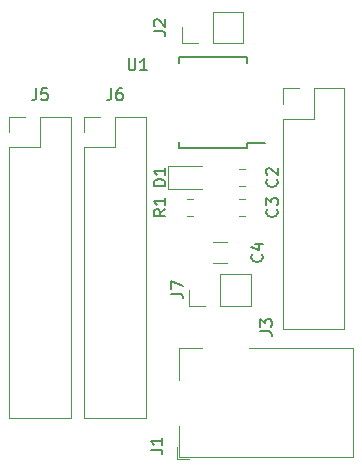
<source format=gbr>
G04 #@! TF.GenerationSoftware,KiCad,Pcbnew,(5.1.0)-1*
G04 #@! TF.CreationDate,2019-05-06T16:05:47+08:00*
G04 #@! TF.ProjectId,rpi0_extern_board,72706930-5f65-4787-9465-726e5f626f61,rev?*
G04 #@! TF.SameCoordinates,Original*
G04 #@! TF.FileFunction,Legend,Top*
G04 #@! TF.FilePolarity,Positive*
%FSLAX46Y46*%
G04 Gerber Fmt 4.6, Leading zero omitted, Abs format (unit mm)*
G04 Created by KiCad (PCBNEW (5.1.0)-1) date 2019-05-06 16:05:47*
%MOMM*%
%LPD*%
G04 APERTURE LIST*
%ADD10C,0.120000*%
%ADD11C,0.150000*%
G04 APERTURE END LIST*
D10*
X115903749Y-66100001D02*
X116426253Y-66100001D01*
X115903749Y-64680001D02*
X116426253Y-64680001D01*
X115903749Y-67235000D02*
X116426253Y-67235000D01*
X115903749Y-68655000D02*
X116426253Y-68655000D01*
X110860000Y-89055000D02*
X110860000Y-86455000D01*
X125560000Y-89055000D02*
X110860000Y-89055000D01*
X110860000Y-79855000D02*
X112760000Y-79855000D01*
X110860000Y-82555000D02*
X110860000Y-79855000D01*
X125560000Y-79855000D02*
X125560000Y-89055000D01*
X116760000Y-79855000D02*
X125560000Y-79855000D01*
X111710000Y-89255000D02*
X110660000Y-89255000D01*
X110660000Y-88205000D02*
X110660000Y-89255000D01*
X112760000Y-64445000D02*
X109900000Y-64445000D01*
X109900000Y-64445000D02*
X109900000Y-66365000D01*
X109900000Y-66365000D02*
X112760000Y-66365000D01*
X112021252Y-68655000D02*
X111498748Y-68655000D01*
X112021252Y-67235000D02*
X111498748Y-67235000D01*
X102810000Y-60265000D02*
X104140000Y-60265000D01*
X102810000Y-61595000D02*
X102810000Y-60265000D01*
X105410000Y-60265000D02*
X108010000Y-60265000D01*
X105410000Y-62865000D02*
X105410000Y-60265000D01*
X102810000Y-62865000D02*
X105410000Y-62865000D01*
X108010000Y-60265000D02*
X108010000Y-85785000D01*
X102810000Y-62865000D02*
X102810000Y-85785000D01*
X102810000Y-85785000D02*
X108010000Y-85785000D01*
X96460000Y-60265000D02*
X97790000Y-60265000D01*
X96460000Y-61595000D02*
X96460000Y-60265000D01*
X99060000Y-60265000D02*
X101660000Y-60265000D01*
X99060000Y-62865000D02*
X99060000Y-60265000D01*
X96460000Y-62865000D02*
X99060000Y-62865000D01*
X101660000Y-60265000D02*
X101660000Y-85785000D01*
X96460000Y-62865000D02*
X96460000Y-85785000D01*
X96460000Y-85785000D02*
X101660000Y-85785000D01*
X113697936Y-72665000D02*
X114902064Y-72665000D01*
X113697936Y-70845000D02*
X114902064Y-70845000D01*
X119630000Y-57840000D02*
X120960000Y-57840000D01*
X119630000Y-59170000D02*
X119630000Y-57840000D01*
X122230000Y-57840000D02*
X124830000Y-57840000D01*
X122230000Y-60440000D02*
X122230000Y-57840000D01*
X119630000Y-60440000D02*
X122230000Y-60440000D01*
X124830000Y-57840000D02*
X124830000Y-78280000D01*
X119630000Y-60440000D02*
X119630000Y-78280000D01*
X119630000Y-78280000D02*
X124830000Y-78280000D01*
X116265000Y-54035000D02*
X116265000Y-51375000D01*
X113665000Y-54035000D02*
X116265000Y-54035000D01*
X113665000Y-51375000D02*
X116265000Y-51375000D01*
X113665000Y-54035000D02*
X113665000Y-51375000D01*
X112395000Y-54035000D02*
X111065000Y-54035000D01*
X111065000Y-54035000D02*
X111065000Y-52705000D01*
X116900000Y-76260000D02*
X116900000Y-73600000D01*
X114300000Y-76260000D02*
X116900000Y-76260000D01*
X114300000Y-73600000D02*
X116900000Y-73600000D01*
X114300000Y-76260000D02*
X114300000Y-73600000D01*
X113030000Y-76260000D02*
X111700000Y-76260000D01*
X111700000Y-76260000D02*
X111700000Y-74930000D01*
D11*
X116540000Y-62880000D02*
X116540000Y-62530000D01*
X110790000Y-62880000D02*
X110790000Y-62430000D01*
X110790000Y-55230000D02*
X110790000Y-55680000D01*
X116540000Y-55230000D02*
X116540000Y-55680000D01*
X116540000Y-62880000D02*
X110790000Y-62880000D01*
X116540000Y-55230000D02*
X110790000Y-55230000D01*
X116540000Y-62530000D02*
X118140000Y-62530000D01*
X119102142Y-65571666D02*
X119149761Y-65619285D01*
X119197380Y-65762142D01*
X119197380Y-65857380D01*
X119149761Y-66000238D01*
X119054523Y-66095476D01*
X118959285Y-66143095D01*
X118768809Y-66190714D01*
X118625952Y-66190714D01*
X118435476Y-66143095D01*
X118340238Y-66095476D01*
X118245000Y-66000238D01*
X118197380Y-65857380D01*
X118197380Y-65762142D01*
X118245000Y-65619285D01*
X118292619Y-65571666D01*
X118292619Y-65190714D02*
X118245000Y-65143095D01*
X118197380Y-65047857D01*
X118197380Y-64809761D01*
X118245000Y-64714523D01*
X118292619Y-64666904D01*
X118387857Y-64619285D01*
X118483095Y-64619285D01*
X118625952Y-64666904D01*
X119197380Y-65238333D01*
X119197380Y-64619285D01*
X119102142Y-68111666D02*
X119149761Y-68159285D01*
X119197380Y-68302142D01*
X119197380Y-68397380D01*
X119149761Y-68540238D01*
X119054523Y-68635476D01*
X118959285Y-68683095D01*
X118768809Y-68730714D01*
X118625952Y-68730714D01*
X118435476Y-68683095D01*
X118340238Y-68635476D01*
X118245000Y-68540238D01*
X118197380Y-68397380D01*
X118197380Y-68302142D01*
X118245000Y-68159285D01*
X118292619Y-68111666D01*
X118197380Y-67778333D02*
X118197380Y-67159285D01*
X118578333Y-67492619D01*
X118578333Y-67349761D01*
X118625952Y-67254523D01*
X118673571Y-67206904D01*
X118768809Y-67159285D01*
X119006904Y-67159285D01*
X119102142Y-67206904D01*
X119149761Y-67254523D01*
X119197380Y-67349761D01*
X119197380Y-67635476D01*
X119149761Y-67730714D01*
X119102142Y-67778333D01*
X117689380Y-78438333D02*
X118403666Y-78438333D01*
X118546523Y-78485952D01*
X118641761Y-78581190D01*
X118689380Y-78724047D01*
X118689380Y-78819285D01*
X117689380Y-78057380D02*
X117689380Y-77438333D01*
X118070333Y-77771666D01*
X118070333Y-77628809D01*
X118117952Y-77533571D01*
X118165571Y-77485952D01*
X118260809Y-77438333D01*
X118498904Y-77438333D01*
X118594142Y-77485952D01*
X118641761Y-77533571D01*
X118689380Y-77628809D01*
X118689380Y-77914523D01*
X118641761Y-78009761D01*
X118594142Y-78057380D01*
X109672380Y-66143095D02*
X108672380Y-66143095D01*
X108672380Y-65905000D01*
X108720000Y-65762142D01*
X108815238Y-65666904D01*
X108910476Y-65619285D01*
X109100952Y-65571666D01*
X109243809Y-65571666D01*
X109434285Y-65619285D01*
X109529523Y-65666904D01*
X109624761Y-65762142D01*
X109672380Y-65905000D01*
X109672380Y-66143095D01*
X109672380Y-64619285D02*
X109672380Y-65190714D01*
X109672380Y-64905000D02*
X108672380Y-64905000D01*
X108815238Y-65000238D01*
X108910476Y-65095476D01*
X108958095Y-65190714D01*
X109672380Y-68111666D02*
X109196190Y-68445000D01*
X109672380Y-68683095D02*
X108672380Y-68683095D01*
X108672380Y-68302142D01*
X108720000Y-68206904D01*
X108767619Y-68159285D01*
X108862857Y-68111666D01*
X109005714Y-68111666D01*
X109100952Y-68159285D01*
X109148571Y-68206904D01*
X109196190Y-68302142D01*
X109196190Y-68683095D01*
X109672380Y-67159285D02*
X109672380Y-67730714D01*
X109672380Y-67445000D02*
X108672380Y-67445000D01*
X108815238Y-67540238D01*
X108910476Y-67635476D01*
X108958095Y-67730714D01*
X105076666Y-57872380D02*
X105076666Y-58586666D01*
X105029047Y-58729523D01*
X104933809Y-58824761D01*
X104790952Y-58872380D01*
X104695714Y-58872380D01*
X105981428Y-57872380D02*
X105790952Y-57872380D01*
X105695714Y-57920000D01*
X105648095Y-57967619D01*
X105552857Y-58110476D01*
X105505238Y-58300952D01*
X105505238Y-58681904D01*
X105552857Y-58777142D01*
X105600476Y-58824761D01*
X105695714Y-58872380D01*
X105886190Y-58872380D01*
X105981428Y-58824761D01*
X106029047Y-58777142D01*
X106076666Y-58681904D01*
X106076666Y-58443809D01*
X106029047Y-58348571D01*
X105981428Y-58300952D01*
X105886190Y-58253333D01*
X105695714Y-58253333D01*
X105600476Y-58300952D01*
X105552857Y-58348571D01*
X105505238Y-58443809D01*
X98726666Y-57872380D02*
X98726666Y-58586666D01*
X98679047Y-58729523D01*
X98583809Y-58824761D01*
X98440952Y-58872380D01*
X98345714Y-58872380D01*
X99679047Y-57872380D02*
X99202857Y-57872380D01*
X99155238Y-58348571D01*
X99202857Y-58300952D01*
X99298095Y-58253333D01*
X99536190Y-58253333D01*
X99631428Y-58300952D01*
X99679047Y-58348571D01*
X99726666Y-58443809D01*
X99726666Y-58681904D01*
X99679047Y-58777142D01*
X99631428Y-58824761D01*
X99536190Y-58872380D01*
X99298095Y-58872380D01*
X99202857Y-58824761D01*
X99155238Y-58777142D01*
X117832142Y-71921666D02*
X117879761Y-71969285D01*
X117927380Y-72112142D01*
X117927380Y-72207380D01*
X117879761Y-72350238D01*
X117784523Y-72445476D01*
X117689285Y-72493095D01*
X117498809Y-72540714D01*
X117355952Y-72540714D01*
X117165476Y-72493095D01*
X117070238Y-72445476D01*
X116975000Y-72350238D01*
X116927380Y-72207380D01*
X116927380Y-72112142D01*
X116975000Y-71969285D01*
X117022619Y-71921666D01*
X117260714Y-71064523D02*
X117927380Y-71064523D01*
X116879761Y-71302619D02*
X117594047Y-71540714D01*
X117594047Y-70921666D01*
X108418380Y-88471333D02*
X109132666Y-88471333D01*
X109275523Y-88518952D01*
X109370761Y-88614190D01*
X109418380Y-88757047D01*
X109418380Y-88852285D01*
X109418380Y-87471333D02*
X109418380Y-88042761D01*
X109418380Y-87757047D02*
X108418380Y-87757047D01*
X108561238Y-87852285D01*
X108656476Y-87947523D01*
X108704095Y-88042761D01*
X108672380Y-53038333D02*
X109386666Y-53038333D01*
X109529523Y-53085952D01*
X109624761Y-53181190D01*
X109672380Y-53324047D01*
X109672380Y-53419285D01*
X108767619Y-52609761D02*
X108720000Y-52562142D01*
X108672380Y-52466904D01*
X108672380Y-52228809D01*
X108720000Y-52133571D01*
X108767619Y-52085952D01*
X108862857Y-52038333D01*
X108958095Y-52038333D01*
X109100952Y-52085952D01*
X109672380Y-52657380D01*
X109672380Y-52038333D01*
X110152380Y-75263333D02*
X110866666Y-75263333D01*
X111009523Y-75310952D01*
X111104761Y-75406190D01*
X111152380Y-75549047D01*
X111152380Y-75644285D01*
X110152380Y-74882380D02*
X110152380Y-74215714D01*
X111152380Y-74644285D01*
X106553095Y-55332380D02*
X106553095Y-56141904D01*
X106600714Y-56237142D01*
X106648333Y-56284761D01*
X106743571Y-56332380D01*
X106934047Y-56332380D01*
X107029285Y-56284761D01*
X107076904Y-56237142D01*
X107124523Y-56141904D01*
X107124523Y-55332380D01*
X108124523Y-56332380D02*
X107553095Y-56332380D01*
X107838809Y-56332380D02*
X107838809Y-55332380D01*
X107743571Y-55475238D01*
X107648333Y-55570476D01*
X107553095Y-55618095D01*
M02*

</source>
